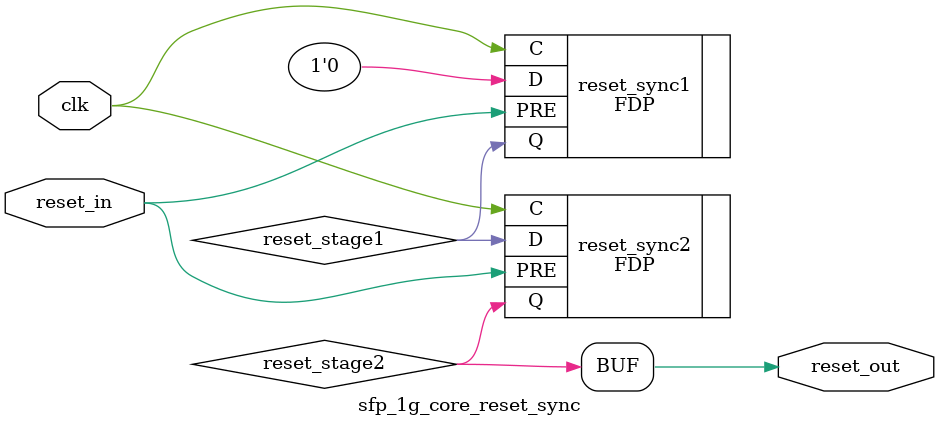
<source format=v>

`timescale 1ps/1ps

module sfp_1g_core_reset_sync #(
  parameter INITIALISE = 2'b11
)
(
   input       reset_in,
   input       clk,
   output      reset_out
);


  (* shreg_extract = "no", ASYNC_REG = "TRUE" *)
  wire  reset_stage1;

  (* shreg_extract = "no", ASYNC_REG = "TRUE" *)
  wire  reset_stage2;

  FDP #(
   .INIT (INITIALISE[0])
  ) reset_sync1 (
  .C  (clk), 
  .PRE(reset_in),
  .D  (1'b0),
  .Q  (reset_stage1) 
  );
  
  FDP #(
   .INIT (INITIALISE[1])
  ) reset_sync2 (
  .C  (clk), 
  .PRE(reset_in),
  .D  (reset_stage1),
  .Q  (reset_stage2) 
  );


assign reset_out = reset_stage2;



endmodule

</source>
